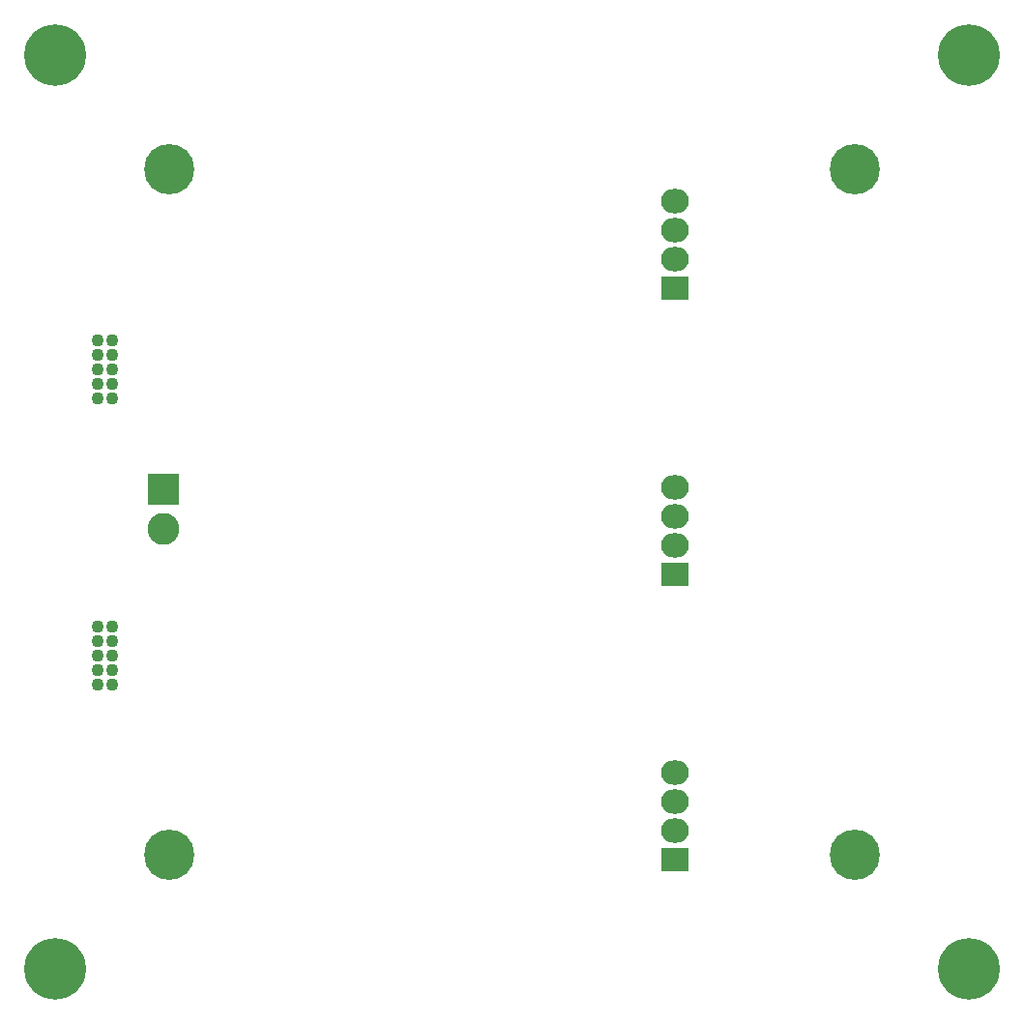
<source format=gbr>
G04 #@! TF.FileFunction,Soldermask,Bot*
%FSLAX46Y46*%
G04 Gerber Fmt 4.6, Leading zero omitted, Abs format (unit mm)*
G04 Created by KiCad (PCBNEW (2015-12-07 BZR 6352)-product) date Sun 16 Jul 2017 10:51:14 AM EDT*
%MOMM*%
G01*
G04 APERTURE LIST*
%ADD10C,0.100000*%
%ADD11R,2.432000X2.127200*%
%ADD12O,2.432000X2.127200*%
%ADD13C,1.100000*%
%ADD14C,4.400000*%
%ADD15C,5.400000*%
%ADD16C,2.800000*%
%ADD17R,2.800000X2.800000*%
G04 APERTURE END LIST*
D10*
D11*
X140250000Y-106435000D03*
D12*
X140250000Y-103895000D03*
X140250000Y-101355000D03*
X140250000Y-98815000D03*
D11*
X140250000Y-81435000D03*
D12*
X140250000Y-78895000D03*
X140250000Y-76355000D03*
X140250000Y-73815000D03*
D11*
X140250000Y-56435000D03*
D12*
X140250000Y-53895000D03*
X140250000Y-51355000D03*
X140250000Y-48815000D03*
D13*
X89730000Y-86000000D03*
X91000000Y-86000000D03*
X89730000Y-87270000D03*
X91000000Y-87270000D03*
X89730000Y-88540000D03*
X91000000Y-88540000D03*
X89730000Y-89810000D03*
X91000000Y-89810000D03*
X89730000Y-91080000D03*
X91000000Y-91080000D03*
X89730000Y-61000000D03*
X91000000Y-61000000D03*
X89730000Y-62270000D03*
X91000000Y-62270000D03*
X89730000Y-63540000D03*
X91000000Y-63540000D03*
X89730000Y-64810000D03*
X91000000Y-64810000D03*
X89730000Y-66080000D03*
X91000000Y-66080000D03*
D14*
X96000000Y-106000000D03*
X156000000Y-106000000D03*
X156000000Y-46000000D03*
X96000000Y-46000000D03*
D15*
X86000000Y-116000000D03*
X86000000Y-36000000D03*
X166000000Y-36000000D03*
X166000000Y-116000000D03*
D16*
X95500000Y-77500000D03*
D17*
X95500000Y-74000000D03*
M02*

</source>
